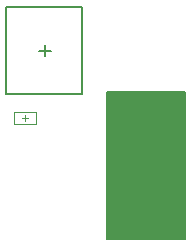
<source format=gbr>
G04*
G04 #@! TF.GenerationSoftware,Altium Limited,Altium Designer,23.0.1 (38)*
G04*
G04 Layer_Color=32768*
%FSLAX25Y25*%
%MOIN*%
G70*
G04*
G04 #@! TF.SameCoordinates,E18D91D4-50B4-47E9-96DD-EFB38571A0BB*
G04*
G04*
G04 #@! TF.FilePolarity,Positive*
G04*
G01*
G75*
%ADD10C,0.00600*%
%ADD13C,0.00787*%
%ADD32C,0.00394*%
%ADD36C,0.00197*%
G36*
X153319Y71157D02*
Y84607D01*
X179219D01*
Y71157D01*
X179119D01*
Y49057D01*
X179219D01*
Y35607D01*
X153319D01*
Y49057D01*
X153419D01*
Y71157D01*
X153319D01*
D02*
G37*
D10*
Y84607D01*
Y71157D02*
X153419D01*
Y49057D02*
Y71157D01*
X153319Y49057D02*
X153419D01*
X153319Y35607D02*
Y49057D01*
Y35607D02*
X179219D01*
Y49057D01*
X179119D02*
X179219D01*
X179119D02*
Y71157D01*
X179219D01*
Y84607D01*
X153319D02*
X179219D01*
D13*
X119508Y85508D02*
Y113067D01*
X145098D01*
Y87083D02*
Y113067D01*
Y83933D02*
Y87083D01*
X119508Y83933D02*
X145098D01*
X119508D02*
Y85508D01*
X130532Y98500D02*
X134468D01*
X132500Y96531D02*
Y100469D01*
D32*
X124976Y76000D02*
X127024D01*
X126000Y74976D02*
Y77024D01*
D36*
X122260Y74032D02*
Y77969D01*
X129740Y74032D02*
Y77969D01*
X122260D02*
X129740D01*
X122260Y74032D02*
X129740D01*
M02*

</source>
